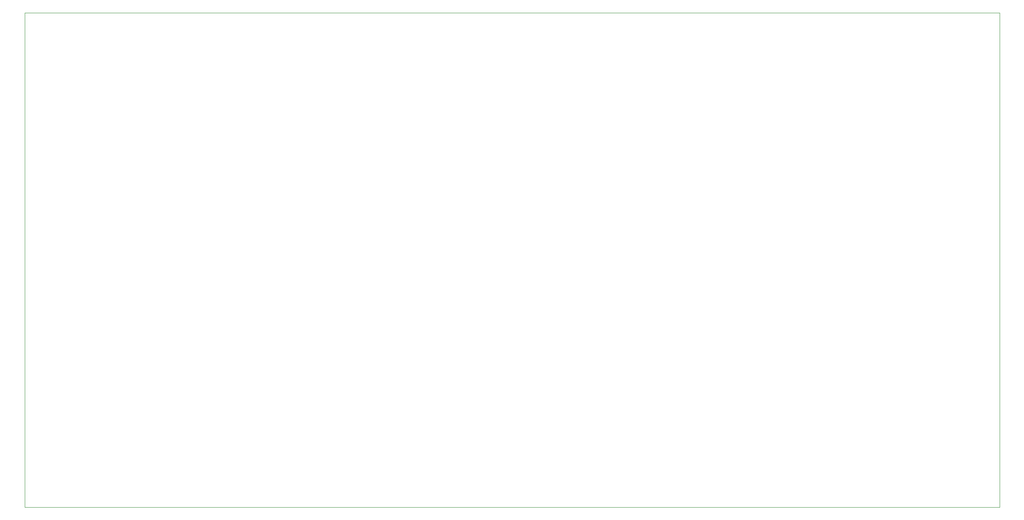
<source format=gbr>
%TF.GenerationSoftware,Altium Limited,Altium Designer,20.0.13 (296)*%
G04 Layer_Color=32896*
%FSLAX45Y45*%
%MOMM*%
%TF.FileFunction,Other,Board_Outline*%
%TF.Part,Single*%
G01*
G75*
%TA.AperFunction,NonConductor*%
%ADD69C,0.10000*%
D69*
X0Y-10150000D02*
X20000000D01*
X19999997D02*
X20000000Y0D01*
X0D02*
X20000000D01*
X0Y-10150000D02*
Y0D01*
%TF.MD5,c57c072754796f289a67b9fb0850bb94*%
M02*

</source>
